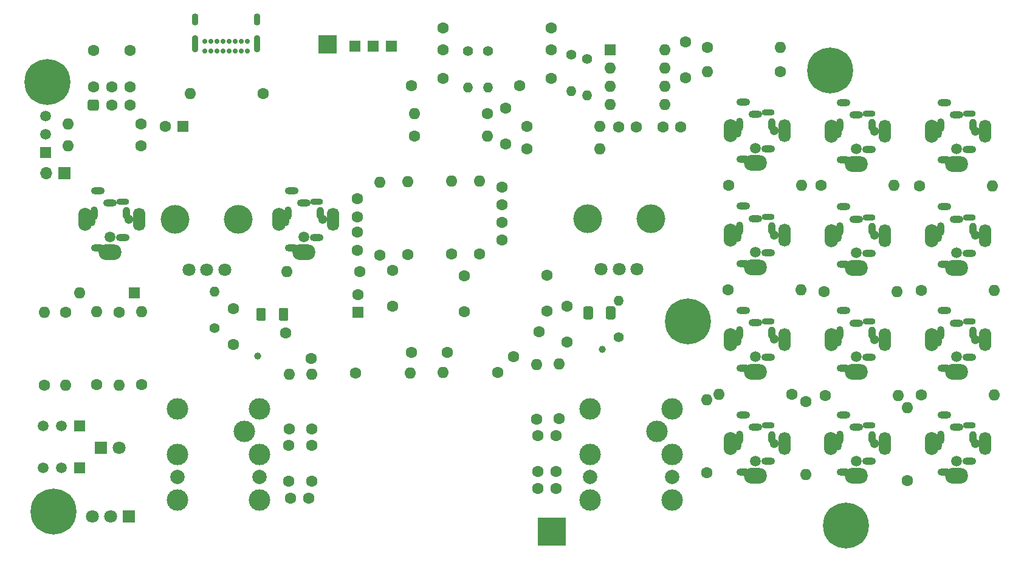
<source format=gbs>
G04 #@! TF.GenerationSoftware,KiCad,Pcbnew,8.0.1*
G04 #@! TF.CreationDate,2024-04-29T14:01:51+02:00*
G04 #@! TF.ProjectId,spider2,73706964-6572-4322-9e6b-696361645f70,rev?*
G04 #@! TF.SameCoordinates,Original*
G04 #@! TF.FileFunction,Soldermask,Bot*
G04 #@! TF.FilePolarity,Negative*
%FSLAX46Y46*%
G04 Gerber Fmt 4.6, Leading zero omitted, Abs format (unit mm)*
G04 Created by KiCad (PCBNEW 8.0.1) date 2024-04-29 14:01:51*
%MOMM*%
%LPD*%
G01*
G04 APERTURE LIST*
%ADD10C,1.600000*%
%ADD11O,1.600000X1.600000*%
%ADD12C,0.700000*%
%ADD13O,0.900000X2.400000*%
%ADD14O,0.900000X1.700000*%
%ADD15R,1.600000X1.600000*%
%ADD16C,1.400000*%
%ADD17O,1.400000X1.400000*%
%ADD18R,2.500000X2.500000*%
%ADD19C,1.500000*%
%ADD20O,1.900000X1.000000*%
%ADD21O,1.000000X1.800000*%
%ADD22C,1.300000*%
%ADD23O,1.703200X3.203200*%
%ADD24O,1.903200X3.203200*%
%ADD25O,1.000000X1.900000*%
%ADD26O,3.203200X2.203200*%
%ADD27O,1.800000X0.900000*%
%ADD28C,0.800000*%
%ADD29C,6.400000*%
%ADD30C,3.000000*%
%ADD31C,2.000000*%
%ADD32R,1.500000X1.500000*%
%ADD33C,4.000000*%
%ADD34C,1.800000*%
%ADD35R,1.700000X1.700000*%
%ADD36O,1.700000X1.700000*%
%ADD37R,1.800000X1.800000*%
%ADD38R,4.000000X4.000000*%
%ADD39C,1.000000*%
G04 APERTURE END LIST*
D10*
X147799400Y-33323400D03*
X152879400Y-33323400D03*
G36*
G01*
X147399400Y-40143400D02*
X148199400Y-40143400D01*
G75*
G02*
X148599400Y-40543400I0J-400000D01*
G01*
X148599400Y-41343400D01*
G75*
G02*
X148199400Y-41743400I-400000J0D01*
G01*
X147399400Y-41743400D01*
G75*
G02*
X146999400Y-41343400I0J400000D01*
G01*
X146999400Y-40543400D01*
G75*
G02*
X147399400Y-40143400I400000J0D01*
G01*
G37*
X150339400Y-40943400D03*
X152879400Y-40943400D03*
X147799400Y-38403400D03*
X150339400Y-38403400D03*
X152879400Y-38403400D03*
X262920000Y-52200000D03*
D11*
X273080000Y-52200000D03*
D10*
X230300000Y-32120000D03*
X230300000Y-37120000D03*
X243540000Y-36255000D03*
D11*
X233380000Y-36255000D03*
D12*
X169250000Y-33375000D03*
X168400000Y-33375000D03*
X167550000Y-33375000D03*
X166700000Y-33375000D03*
X165850000Y-33375000D03*
X165000000Y-33375000D03*
X164150000Y-33375000D03*
X163300000Y-33375000D03*
X163300000Y-32025000D03*
X164150000Y-32025000D03*
X165000000Y-32025000D03*
X165850000Y-32025000D03*
X166700000Y-32025000D03*
X167550000Y-32025000D03*
X168400000Y-32025000D03*
X169250000Y-32025000D03*
D13*
X170600000Y-32395000D03*
D14*
X170600000Y-29015000D03*
D13*
X161950000Y-32395000D03*
D14*
X161950000Y-29015000D03*
D10*
X187750000Y-61850000D03*
D11*
X187750000Y-51690000D03*
D10*
X263120000Y-81300000D03*
D11*
X273280000Y-81300000D03*
D10*
X167350000Y-69275000D03*
X167350000Y-74275000D03*
X204750000Y-52350000D03*
X204750000Y-54850000D03*
X209900000Y-72500000D03*
X206364466Y-76035534D03*
X204750000Y-59750000D03*
X204750000Y-57250000D03*
D15*
X153475000Y-67125000D03*
D11*
X145855000Y-67125000D03*
D10*
X154460000Y-46600000D03*
D11*
X144300000Y-46600000D03*
D16*
X202800000Y-33400000D03*
D17*
X202800000Y-38480000D03*
D10*
X213820000Y-68960000D03*
X213820000Y-73960000D03*
D18*
X180450000Y-32450000D03*
D19*
X240078391Y-90526253D03*
D20*
X238349112Y-92100000D03*
X241849112Y-90600000D03*
D21*
X242328391Y-87226253D03*
D22*
X242649112Y-88100000D03*
D23*
X244078391Y-88126253D03*
D24*
X236578391Y-88126253D03*
D25*
X237549112Y-88100000D03*
X237828391Y-87226253D03*
D20*
X238349112Y-84100000D03*
X240078391Y-85826253D03*
D26*
X240078391Y-92626253D03*
D27*
X241849112Y-85600000D03*
D28*
X248019532Y-36102461D03*
X248722476Y-34405405D03*
X248722476Y-37799517D03*
X250419532Y-33702461D03*
D29*
X250419532Y-36102461D03*
D28*
X250419532Y-38502461D03*
X252116588Y-34405405D03*
X252116588Y-37799517D03*
X252819532Y-36102461D03*
D10*
X174600000Y-72700000D03*
X178135534Y-76235534D03*
X199500000Y-69750000D03*
X199500000Y-64750000D03*
D16*
X216550000Y-34500000D03*
D17*
X216550000Y-39580000D03*
D10*
X196550000Y-33200000D03*
X196550000Y-30200000D03*
X192150000Y-38200000D03*
X196550000Y-37200000D03*
X178200000Y-86110000D03*
D11*
X178200000Y-78490000D03*
D10*
X212300000Y-92000000D03*
X212300000Y-87000000D03*
X175290000Y-95740000D03*
X177790000Y-95740000D03*
X205250000Y-46400000D03*
X205250000Y-41400000D03*
X191620000Y-61810000D03*
D11*
X191620000Y-51650000D03*
D10*
X261200000Y-93230000D03*
D11*
X261200000Y-83070000D03*
D10*
X249645000Y-66950000D03*
D11*
X259805000Y-66950000D03*
D30*
X226300000Y-86450000D03*
D31*
X228430000Y-92800000D03*
X217000000Y-92800000D03*
D30*
X217000000Y-96000000D03*
X228430000Y-89650000D03*
X217000000Y-89650000D03*
X228430000Y-96000000D03*
X228430000Y-83300000D03*
X217000000Y-83300000D03*
D10*
X184900000Y-64150000D03*
D11*
X174740000Y-64150000D03*
D30*
X168800000Y-86450000D03*
D31*
X170930000Y-92800000D03*
X159500000Y-92800000D03*
D30*
X159500000Y-96000000D03*
X170930000Y-89650000D03*
X159500000Y-89650000D03*
X170930000Y-96000000D03*
X170930000Y-83300000D03*
X159500000Y-83300000D03*
D10*
X148300000Y-79925000D03*
D11*
X148300000Y-69765000D03*
D10*
X249745000Y-81400000D03*
D11*
X259905000Y-81400000D03*
D10*
X209525000Y-84700000D03*
D11*
X209525000Y-77080000D03*
D10*
X249220000Y-52150000D03*
D11*
X259380000Y-52150000D03*
D10*
X229660000Y-44010000D03*
X227160000Y-44010000D03*
X201600000Y-61700000D03*
D11*
X201600000Y-51540000D03*
D10*
X233340000Y-32880000D03*
D11*
X243500000Y-32880000D03*
D10*
X236195000Y-66725000D03*
D11*
X246355000Y-66725000D03*
D15*
X160310000Y-43910000D03*
D10*
X157810000Y-43910000D03*
X197100000Y-75400000D03*
X192100000Y-75400000D03*
X143980000Y-69810000D03*
D11*
X143980000Y-79970000D03*
D10*
X247100000Y-82250000D03*
D11*
X247100000Y-92410000D03*
D19*
X240079279Y-61459586D03*
D20*
X238350000Y-63033333D03*
X241850000Y-61533333D03*
D21*
X242329279Y-58159586D03*
D22*
X242650000Y-59033333D03*
D23*
X244079279Y-59059586D03*
D24*
X236579279Y-59059586D03*
D25*
X237550000Y-59033333D03*
X237829279Y-58159586D03*
D20*
X238350000Y-55033333D03*
X240079279Y-56759586D03*
D26*
X240079279Y-63559586D03*
D27*
X241850000Y-56533333D03*
D32*
X145860000Y-85630000D03*
D19*
X143320000Y-85630000D03*
X140780000Y-85630000D03*
D16*
X164720000Y-71990000D03*
D17*
X164720000Y-66910000D03*
D10*
X175020000Y-93340000D03*
X175020000Y-88340000D03*
X208170000Y-43950000D03*
D11*
X218330000Y-43950000D03*
D19*
X240079279Y-75992919D03*
D20*
X238350000Y-77566666D03*
X241850000Y-76066666D03*
D21*
X242329279Y-72692919D03*
D22*
X242650000Y-73566666D03*
D23*
X244079279Y-73592919D03*
D24*
X236579279Y-73592919D03*
D25*
X237550000Y-73566666D03*
X237829279Y-72692919D03*
D20*
X238350000Y-69566666D03*
X240079279Y-71292919D03*
D26*
X240079279Y-78092919D03*
D27*
X241850000Y-71066666D03*
D19*
X177153344Y-59294502D03*
D20*
X175424065Y-60868249D03*
X178924065Y-59368249D03*
D21*
X179403344Y-55994502D03*
D22*
X179724065Y-56868249D03*
D23*
X181153344Y-56894502D03*
D24*
X173653344Y-56894502D03*
D25*
X174624065Y-56868249D03*
X174903344Y-55994502D03*
D20*
X175424065Y-52868249D03*
X177153344Y-54594502D03*
D26*
X177153344Y-61394502D03*
D27*
X178924065Y-54368249D03*
D28*
X228260142Y-71088261D03*
X228963086Y-69391205D03*
X228963086Y-72785317D03*
X230660142Y-68688261D03*
D29*
X230660142Y-71088261D03*
D28*
X230660142Y-73488261D03*
X232357198Y-69391205D03*
X232357198Y-72785317D03*
X233060142Y-71088261D03*
D10*
X154460000Y-43540000D03*
D11*
X144300000Y-43540000D03*
D19*
X268079279Y-47026253D03*
D20*
X266350000Y-48600000D03*
X269850000Y-47100000D03*
D21*
X270329279Y-43726253D03*
D22*
X270650000Y-44600000D03*
D23*
X272079279Y-44626253D03*
D24*
X264579279Y-44626253D03*
D25*
X265550000Y-44600000D03*
X265829279Y-43726253D03*
D20*
X266350000Y-40600000D03*
X268079279Y-42326253D03*
D26*
X268079279Y-49126253D03*
D27*
X269850000Y-42100000D03*
D10*
X184550000Y-56500000D03*
X184550000Y-54000000D03*
D32*
X184221000Y-32750000D03*
D33*
X159200000Y-56900000D03*
X168000000Y-56900000D03*
D34*
X166100000Y-63900000D03*
X163600000Y-63900000D03*
X161100000Y-63900000D03*
D10*
X189500000Y-69000000D03*
X189500000Y-64000000D03*
D32*
X186761000Y-32750000D03*
X189301000Y-32750000D03*
D10*
X171450000Y-39350000D03*
D11*
X161290000Y-39350000D03*
D32*
X145860000Y-91470000D03*
D19*
X143320000Y-91470000D03*
X140780000Y-91470000D03*
D10*
X151400000Y-69775000D03*
D11*
X151400000Y-79935000D03*
D10*
X175100000Y-86110000D03*
D11*
X175100000Y-78490000D03*
D19*
X268079279Y-76026253D03*
D20*
X266350000Y-77600000D03*
X269850000Y-76100000D03*
D21*
X270329279Y-72726253D03*
D22*
X270650000Y-73600000D03*
D23*
X272079279Y-73626253D03*
D24*
X264579279Y-73626253D03*
D25*
X265550000Y-73600000D03*
X265829279Y-72726253D03*
D20*
X266350000Y-69600000D03*
X268079279Y-71326253D03*
D26*
X268079279Y-78126253D03*
D27*
X269850000Y-71100000D03*
D35*
X143750000Y-50450000D03*
D36*
X141210000Y-50450000D03*
D28*
X250250000Y-99550000D03*
X250952944Y-97852944D03*
X250952944Y-101247056D03*
X252650000Y-97150000D03*
D29*
X252650000Y-99550000D03*
D28*
X252650000Y-101950000D03*
X254347056Y-97852944D03*
X254347056Y-101247056D03*
X255050000Y-99550000D03*
D10*
X236270000Y-52150000D03*
D11*
X246430000Y-52150000D03*
D16*
X214400000Y-33900000D03*
D17*
X214400000Y-38980000D03*
D10*
X211550000Y-33200000D03*
X211550000Y-30200000D03*
X207150000Y-38200000D03*
X211550000Y-37200000D03*
D19*
X268079279Y-61526253D03*
D20*
X266350000Y-63100000D03*
X269850000Y-61600000D03*
D21*
X270329279Y-58226253D03*
D22*
X270650000Y-59100000D03*
D23*
X272079279Y-59126253D03*
D24*
X264579279Y-59126253D03*
D25*
X265550000Y-59100000D03*
X265829279Y-58226253D03*
D20*
X266350000Y-55100000D03*
X268079279Y-56826253D03*
D26*
X268079279Y-63626253D03*
D27*
X269850000Y-56600000D03*
D19*
X240079279Y-46926253D03*
D20*
X238350000Y-48500000D03*
X241850000Y-47000000D03*
D21*
X242329279Y-43626253D03*
D22*
X242650000Y-44500000D03*
D23*
X244079279Y-44526253D03*
D24*
X236579279Y-44526253D03*
D25*
X237550000Y-44500000D03*
X237829279Y-43626253D03*
D20*
X238350000Y-40500000D03*
X240079279Y-42226253D03*
D26*
X240079279Y-49026253D03*
D27*
X241850000Y-42000000D03*
D15*
X219810000Y-33230000D03*
D11*
X219810000Y-35770000D03*
X219810000Y-38310000D03*
X219810000Y-40850000D03*
X227430000Y-40850000D03*
X227430000Y-38310000D03*
X227430000Y-35770000D03*
X227430000Y-33230000D03*
D10*
X263120000Y-66750000D03*
D11*
X273280000Y-66750000D03*
D10*
X233260000Y-92180000D03*
D11*
X233260000Y-82020000D03*
D10*
X192500000Y-45230000D03*
D11*
X202660000Y-45230000D03*
D19*
X254079279Y-61526253D03*
D20*
X252350000Y-63100000D03*
X255850000Y-61600000D03*
D21*
X256329279Y-58226253D03*
D22*
X256650000Y-59100000D03*
D23*
X258079279Y-59126253D03*
D24*
X250579279Y-59126253D03*
D25*
X251550000Y-59100000D03*
X251829279Y-58226253D03*
D20*
X252350000Y-55100000D03*
X254079279Y-56826253D03*
D26*
X254079279Y-63626253D03*
D27*
X255850000Y-56600000D03*
D19*
X254079279Y-76026253D03*
D20*
X252350000Y-77600000D03*
X255850000Y-76100000D03*
D21*
X256329279Y-72726253D03*
D22*
X256650000Y-73600000D03*
D23*
X258079279Y-73626253D03*
D24*
X250579279Y-73626253D03*
D25*
X251550000Y-73600000D03*
X251829279Y-72726253D03*
D20*
X252350000Y-69600000D03*
X254079279Y-71326253D03*
D26*
X254079279Y-78126253D03*
D27*
X255850000Y-71100000D03*
D19*
X254079279Y-47026253D03*
D20*
X252350000Y-48600000D03*
X255850000Y-47100000D03*
D21*
X256329279Y-43726253D03*
D22*
X256650000Y-44600000D03*
D23*
X258079279Y-44626253D03*
D24*
X250579279Y-44626253D03*
D25*
X251550000Y-44600000D03*
X251829279Y-43726253D03*
D20*
X252350000Y-40600000D03*
X254079279Y-42326253D03*
D26*
X254079279Y-49126253D03*
D27*
X255850000Y-42100000D03*
D10*
X212675000Y-84675000D03*
D11*
X212675000Y-77055000D03*
D10*
X223480000Y-43970000D03*
X220980000Y-43970000D03*
X184550000Y-58650000D03*
X184550000Y-61150000D03*
X211030000Y-64660000D03*
X211030000Y-69660000D03*
D19*
X150144477Y-59295965D03*
D20*
X148415198Y-60869712D03*
X151915198Y-59369712D03*
D21*
X152394477Y-55995965D03*
D22*
X152715198Y-56869712D03*
D23*
X154144477Y-56895965D03*
D24*
X146644477Y-56895965D03*
D25*
X147615198Y-56869712D03*
X147894477Y-55995965D03*
D20*
X148415198Y-52869712D03*
X150144477Y-54595965D03*
D26*
X150144477Y-61395965D03*
D27*
X151915198Y-54369712D03*
D19*
X254078391Y-90526253D03*
D20*
X252349112Y-92100000D03*
X255849112Y-90600000D03*
D21*
X256328391Y-87226253D03*
D22*
X256649112Y-88100000D03*
D23*
X258078391Y-88126253D03*
D24*
X250578391Y-88126253D03*
D25*
X251549112Y-88100000D03*
X251828391Y-87226253D03*
D20*
X252349112Y-84100000D03*
X254078391Y-85826253D03*
D26*
X254078391Y-92626253D03*
D27*
X255849112Y-85600000D03*
D19*
X268079279Y-90526253D03*
D20*
X266350000Y-92100000D03*
X269850000Y-90600000D03*
D21*
X270329279Y-87226253D03*
D22*
X270650000Y-88100000D03*
D23*
X272079279Y-88126253D03*
D24*
X264579279Y-88126253D03*
D25*
X265550000Y-88100000D03*
X265829279Y-87226253D03*
D20*
X266350000Y-84100000D03*
X268079279Y-85826253D03*
D26*
X268079279Y-92626253D03*
D27*
X269850000Y-85600000D03*
D10*
X178230000Y-93320000D03*
X178230000Y-88320000D03*
X154500000Y-79925000D03*
D11*
X154500000Y-69765000D03*
D10*
X184300000Y-78300000D03*
D11*
X191920000Y-78300000D03*
D10*
X204100000Y-78200000D03*
D11*
X196480000Y-78200000D03*
D37*
X148875000Y-88725000D03*
D34*
X151415000Y-88725000D03*
D16*
X200000000Y-33400000D03*
D17*
X200000000Y-38480000D03*
D10*
X208170000Y-47000000D03*
D11*
X218330000Y-47000000D03*
D10*
X209700000Y-92000000D03*
X209700000Y-87000000D03*
D33*
X216650000Y-56800000D03*
X225450000Y-56800000D03*
D34*
X223550000Y-63800000D03*
X221050000Y-63800000D03*
X218550000Y-63800000D03*
D10*
X197735200Y-61700000D03*
D11*
X197735200Y-51540000D03*
D16*
X220990000Y-73320000D03*
D17*
X220990000Y-68240000D03*
D10*
X245080000Y-81225000D03*
D11*
X234920000Y-81225000D03*
D37*
X152742934Y-98294059D03*
D34*
X150202934Y-98294059D03*
X147662934Y-98294059D03*
D28*
X139840000Y-97590000D03*
X140542944Y-95892944D03*
X140542944Y-99287056D03*
X142240000Y-95190000D03*
D29*
X142240000Y-97590000D03*
D28*
X142240000Y-99990000D03*
X143937056Y-95892944D03*
X143937056Y-99287056D03*
X144640000Y-97590000D03*
D10*
X202700000Y-42100000D03*
D11*
X192540000Y-42100000D03*
D10*
X140970000Y-79980000D03*
D11*
X140970000Y-69820000D03*
D10*
X209750000Y-94400000D03*
X212250000Y-94400000D03*
D15*
X184650000Y-69850000D03*
D10*
X184650000Y-67350000D03*
D28*
X138994600Y-37691600D03*
X139697544Y-35994544D03*
X139697544Y-39388656D03*
X141394600Y-35291600D03*
D29*
X141394600Y-37691600D03*
D28*
X141394600Y-40091600D03*
X143091656Y-35994544D03*
X143091656Y-39388656D03*
X143794600Y-37691600D03*
D32*
X141180000Y-47550000D03*
D19*
X141180000Y-45010000D03*
X141180000Y-42470000D03*
D38*
X211700000Y-100400000D03*
D39*
X218730000Y-74940000D03*
X170700000Y-75900000D03*
G36*
G01*
X174962500Y-69450000D02*
X174962500Y-70750000D01*
G75*
G02*
X174712500Y-71000000I-250000J0D01*
G01*
X173887500Y-71000000D01*
G75*
G02*
X173637500Y-70750000I0J250000D01*
G01*
X173637500Y-69450000D01*
G75*
G02*
X173887500Y-69200000I250000J0D01*
G01*
X174712500Y-69200000D01*
G75*
G02*
X174962500Y-69450000I0J-250000D01*
G01*
G37*
G36*
G01*
X171837500Y-69450000D02*
X171837500Y-70750000D01*
G75*
G02*
X171587500Y-71000000I-250000J0D01*
G01*
X170762500Y-71000000D01*
G75*
G02*
X170512500Y-70750000I0J250000D01*
G01*
X170512500Y-69450000D01*
G75*
G02*
X170762500Y-69200000I250000J0D01*
G01*
X171587500Y-69200000D01*
G75*
G02*
X171837500Y-69450000I0J-250000D01*
G01*
G37*
G36*
G01*
X220525000Y-69250000D02*
X220525000Y-70550000D01*
G75*
G02*
X220275000Y-70800000I-250000J0D01*
G01*
X219450000Y-70800000D01*
G75*
G02*
X219200000Y-70550000I0J250000D01*
G01*
X219200000Y-69250000D01*
G75*
G02*
X219450000Y-69000000I250000J0D01*
G01*
X220275000Y-69000000D01*
G75*
G02*
X220525000Y-69250000I0J-250000D01*
G01*
G37*
G36*
G01*
X217400000Y-69250000D02*
X217400000Y-70550000D01*
G75*
G02*
X217150000Y-70800000I-250000J0D01*
G01*
X216325000Y-70800000D01*
G75*
G02*
X216075000Y-70550000I0J250000D01*
G01*
X216075000Y-69250000D01*
G75*
G02*
X216325000Y-69000000I250000J0D01*
G01*
X217150000Y-69000000D01*
G75*
G02*
X217400000Y-69250000I0J-250000D01*
G01*
G37*
M02*

</source>
